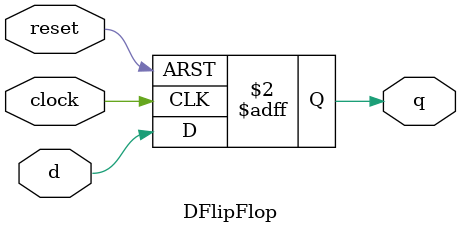
<source format=v>
module DFlipFlop(

input d,
input reset,
input clock,
output reg q
);

always @ ( posedge clock or posedge reset ) begin

	if (reset) begin
		q <= 1'b0;
		end
	else begin
		q <= d;
		end
	end
endmodule


</source>
